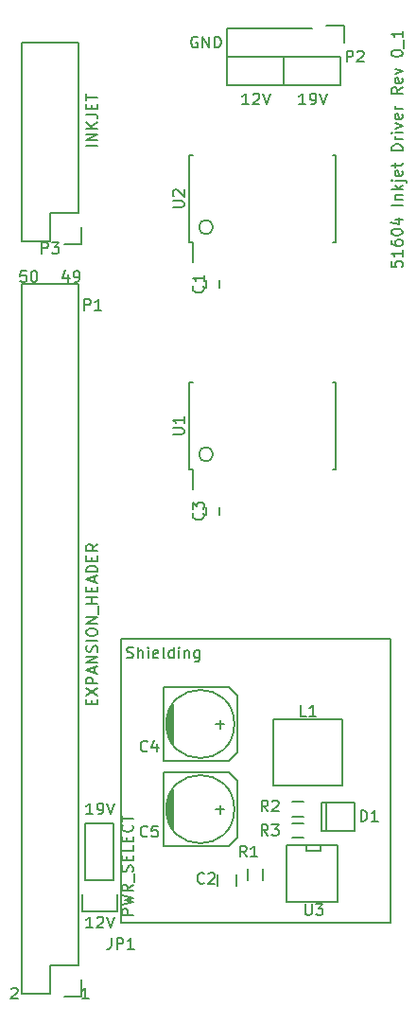
<source format=gbr>
G04 #@! TF.FileFunction,Legend,Top*
%FSLAX46Y46*%
G04 Gerber Fmt 4.6, Leading zero omitted, Abs format (unit mm)*
G04 Created by KiCad (PCBNEW 0.201506122246+5743~23~ubuntu14.04.1-product) date Mon 13 Jul 2015 16:56:03 BST*
%MOMM*%
G01*
G04 APERTURE LIST*
%ADD10C,0.100000*%
%ADD11C,0.150000*%
%ADD12C,0.200000*%
G04 APERTURE END LIST*
D10*
D11*
X106695953Y-99512381D02*
X106124524Y-99512381D01*
X106410238Y-99512381D02*
X106410238Y-98512381D01*
X106315000Y-98655238D01*
X106219762Y-98750476D01*
X106124524Y-98798095D01*
X107172143Y-99512381D02*
X107362619Y-99512381D01*
X107457858Y-99464762D01*
X107505477Y-99417143D01*
X107600715Y-99274286D01*
X107648334Y-99083810D01*
X107648334Y-98702857D01*
X107600715Y-98607619D01*
X107553096Y-98560000D01*
X107457858Y-98512381D01*
X107267381Y-98512381D01*
X107172143Y-98560000D01*
X107124524Y-98607619D01*
X107076905Y-98702857D01*
X107076905Y-98940952D01*
X107124524Y-99036190D01*
X107172143Y-99083810D01*
X107267381Y-99131429D01*
X107457858Y-99131429D01*
X107553096Y-99083810D01*
X107600715Y-99036190D01*
X107648334Y-98940952D01*
X107934048Y-98512381D02*
X108267381Y-99512381D01*
X108600715Y-98512381D01*
X106695953Y-109672381D02*
X106124524Y-109672381D01*
X106410238Y-109672381D02*
X106410238Y-108672381D01*
X106315000Y-108815238D01*
X106219762Y-108910476D01*
X106124524Y-108958095D01*
X107076905Y-108767619D02*
X107124524Y-108720000D01*
X107219762Y-108672381D01*
X107457858Y-108672381D01*
X107553096Y-108720000D01*
X107600715Y-108767619D01*
X107648334Y-108862857D01*
X107648334Y-108958095D01*
X107600715Y-109100952D01*
X107029286Y-109672381D01*
X107648334Y-109672381D01*
X107934048Y-108672381D02*
X108267381Y-109672381D01*
X108600715Y-108672381D01*
X100726905Y-50887381D02*
X100250714Y-50887381D01*
X100203095Y-51363571D01*
X100250714Y-51315952D01*
X100345952Y-51268333D01*
X100584048Y-51268333D01*
X100679286Y-51315952D01*
X100726905Y-51363571D01*
X100774524Y-51458810D01*
X100774524Y-51696905D01*
X100726905Y-51792143D01*
X100679286Y-51839762D01*
X100584048Y-51887381D01*
X100345952Y-51887381D01*
X100250714Y-51839762D01*
X100203095Y-51792143D01*
X101393571Y-50887381D02*
X101488810Y-50887381D01*
X101584048Y-50935000D01*
X101631667Y-50982619D01*
X101679286Y-51077857D01*
X101726905Y-51268333D01*
X101726905Y-51506429D01*
X101679286Y-51696905D01*
X101631667Y-51792143D01*
X101584048Y-51839762D01*
X101488810Y-51887381D01*
X101393571Y-51887381D01*
X101298333Y-51839762D01*
X101250714Y-51792143D01*
X101203095Y-51696905D01*
X101155476Y-51506429D01*
X101155476Y-51268333D01*
X101203095Y-51077857D01*
X101250714Y-50982619D01*
X101298333Y-50935000D01*
X101393571Y-50887381D01*
X104489286Y-51220714D02*
X104489286Y-51887381D01*
X104251190Y-50839762D02*
X104013095Y-51554048D01*
X104632143Y-51554048D01*
X105060714Y-51887381D02*
X105251190Y-51887381D01*
X105346429Y-51839762D01*
X105394048Y-51792143D01*
X105489286Y-51649286D01*
X105536905Y-51458810D01*
X105536905Y-51077857D01*
X105489286Y-50982619D01*
X105441667Y-50935000D01*
X105346429Y-50887381D01*
X105155952Y-50887381D01*
X105060714Y-50935000D01*
X105013095Y-50982619D01*
X104965476Y-51077857D01*
X104965476Y-51315952D01*
X105013095Y-51411190D01*
X105060714Y-51458810D01*
X105155952Y-51506429D01*
X105346429Y-51506429D01*
X105441667Y-51458810D01*
X105489286Y-51411190D01*
X105536905Y-51315952D01*
X99409286Y-115117619D02*
X99456905Y-115070000D01*
X99552143Y-115022381D01*
X99790239Y-115022381D01*
X99885477Y-115070000D01*
X99933096Y-115117619D01*
X99980715Y-115212857D01*
X99980715Y-115308095D01*
X99933096Y-115450952D01*
X99361667Y-116022381D01*
X99980715Y-116022381D01*
X106330715Y-116022381D02*
X105759286Y-116022381D01*
X106045000Y-116022381D02*
X106045000Y-115022381D01*
X105949762Y-115165238D01*
X105854524Y-115260476D01*
X105759286Y-115308095D01*
X117475000Y-46990000D02*
G75*
G03X117475000Y-46990000I-635000J0D01*
G01*
X117475000Y-67310000D02*
G75*
G03X117475000Y-67310000I-635000J0D01*
G01*
X116078096Y-29980000D02*
X115982858Y-29932381D01*
X115840001Y-29932381D01*
X115697143Y-29980000D01*
X115601905Y-30075238D01*
X115554286Y-30170476D01*
X115506667Y-30360952D01*
X115506667Y-30503810D01*
X115554286Y-30694286D01*
X115601905Y-30789524D01*
X115697143Y-30884762D01*
X115840001Y-30932381D01*
X115935239Y-30932381D01*
X116078096Y-30884762D01*
X116125715Y-30837143D01*
X116125715Y-30503810D01*
X115935239Y-30503810D01*
X116554286Y-30932381D02*
X116554286Y-29932381D01*
X117125715Y-30932381D01*
X117125715Y-29932381D01*
X117601905Y-30932381D02*
X117601905Y-29932381D01*
X117840000Y-29932381D01*
X117982858Y-29980000D01*
X118078096Y-30075238D01*
X118125715Y-30170476D01*
X118173334Y-30360952D01*
X118173334Y-30503810D01*
X118125715Y-30694286D01*
X118078096Y-30789524D01*
X117982858Y-30884762D01*
X117840000Y-30932381D01*
X117601905Y-30932381D01*
X123825000Y-31750000D02*
X123825000Y-34290000D01*
X118745000Y-31750000D02*
X128905000Y-31750000D01*
X125745953Y-36012381D02*
X125174524Y-36012381D01*
X125460238Y-36012381D02*
X125460238Y-35012381D01*
X125365000Y-35155238D01*
X125269762Y-35250476D01*
X125174524Y-35298095D01*
X126222143Y-36012381D02*
X126412619Y-36012381D01*
X126507858Y-35964762D01*
X126555477Y-35917143D01*
X126650715Y-35774286D01*
X126698334Y-35583810D01*
X126698334Y-35202857D01*
X126650715Y-35107619D01*
X126603096Y-35060000D01*
X126507858Y-35012381D01*
X126317381Y-35012381D01*
X126222143Y-35060000D01*
X126174524Y-35107619D01*
X126126905Y-35202857D01*
X126126905Y-35440952D01*
X126174524Y-35536190D01*
X126222143Y-35583810D01*
X126317381Y-35631429D01*
X126507858Y-35631429D01*
X126603096Y-35583810D01*
X126650715Y-35536190D01*
X126698334Y-35440952D01*
X126984048Y-35012381D02*
X127317381Y-36012381D01*
X127650715Y-35012381D01*
X120665953Y-36012381D02*
X120094524Y-36012381D01*
X120380238Y-36012381D02*
X120380238Y-35012381D01*
X120285000Y-35155238D01*
X120189762Y-35250476D01*
X120094524Y-35298095D01*
X121046905Y-35107619D02*
X121094524Y-35060000D01*
X121189762Y-35012381D01*
X121427858Y-35012381D01*
X121523096Y-35060000D01*
X121570715Y-35107619D01*
X121618334Y-35202857D01*
X121618334Y-35298095D01*
X121570715Y-35440952D01*
X120999286Y-36012381D01*
X121618334Y-36012381D01*
X121904048Y-35012381D02*
X122237381Y-36012381D01*
X122570715Y-35012381D01*
X133437381Y-50052620D02*
X133437381Y-50528811D01*
X133913571Y-50576430D01*
X133865952Y-50528811D01*
X133818333Y-50433573D01*
X133818333Y-50195477D01*
X133865952Y-50100239D01*
X133913571Y-50052620D01*
X134008810Y-50005001D01*
X134246905Y-50005001D01*
X134342143Y-50052620D01*
X134389762Y-50100239D01*
X134437381Y-50195477D01*
X134437381Y-50433573D01*
X134389762Y-50528811D01*
X134342143Y-50576430D01*
X134437381Y-49052620D02*
X134437381Y-49624049D01*
X134437381Y-49338335D02*
X133437381Y-49338335D01*
X133580238Y-49433573D01*
X133675476Y-49528811D01*
X133723095Y-49624049D01*
X133437381Y-48195477D02*
X133437381Y-48385954D01*
X133485000Y-48481192D01*
X133532619Y-48528811D01*
X133675476Y-48624049D01*
X133865952Y-48671668D01*
X134246905Y-48671668D01*
X134342143Y-48624049D01*
X134389762Y-48576430D01*
X134437381Y-48481192D01*
X134437381Y-48290715D01*
X134389762Y-48195477D01*
X134342143Y-48147858D01*
X134246905Y-48100239D01*
X134008810Y-48100239D01*
X133913571Y-48147858D01*
X133865952Y-48195477D01*
X133818333Y-48290715D01*
X133818333Y-48481192D01*
X133865952Y-48576430D01*
X133913571Y-48624049D01*
X134008810Y-48671668D01*
X133437381Y-47481192D02*
X133437381Y-47385953D01*
X133485000Y-47290715D01*
X133532619Y-47243096D01*
X133627857Y-47195477D01*
X133818333Y-47147858D01*
X134056429Y-47147858D01*
X134246905Y-47195477D01*
X134342143Y-47243096D01*
X134389762Y-47290715D01*
X134437381Y-47385953D01*
X134437381Y-47481192D01*
X134389762Y-47576430D01*
X134342143Y-47624049D01*
X134246905Y-47671668D01*
X134056429Y-47719287D01*
X133818333Y-47719287D01*
X133627857Y-47671668D01*
X133532619Y-47624049D01*
X133485000Y-47576430D01*
X133437381Y-47481192D01*
X133770714Y-46290715D02*
X134437381Y-46290715D01*
X133389762Y-46528811D02*
X134104048Y-46766906D01*
X134104048Y-46147858D01*
X134437381Y-45005001D02*
X133437381Y-45005001D01*
X133770714Y-44528811D02*
X134437381Y-44528811D01*
X133865952Y-44528811D02*
X133818333Y-44481192D01*
X133770714Y-44385954D01*
X133770714Y-44243096D01*
X133818333Y-44147858D01*
X133913571Y-44100239D01*
X134437381Y-44100239D01*
X134437381Y-43624049D02*
X133437381Y-43624049D01*
X134056429Y-43528811D02*
X134437381Y-43243096D01*
X133770714Y-43243096D02*
X134151667Y-43624049D01*
X133770714Y-42814525D02*
X134627857Y-42814525D01*
X134723095Y-42862144D01*
X134770714Y-42957382D01*
X134770714Y-43005001D01*
X133437381Y-42814525D02*
X133485000Y-42862144D01*
X133532619Y-42814525D01*
X133485000Y-42766906D01*
X133437381Y-42814525D01*
X133532619Y-42814525D01*
X134389762Y-41957382D02*
X134437381Y-42052620D01*
X134437381Y-42243097D01*
X134389762Y-42338335D01*
X134294524Y-42385954D01*
X133913571Y-42385954D01*
X133818333Y-42338335D01*
X133770714Y-42243097D01*
X133770714Y-42052620D01*
X133818333Y-41957382D01*
X133913571Y-41909763D01*
X134008810Y-41909763D01*
X134104048Y-42385954D01*
X133770714Y-41624049D02*
X133770714Y-41243097D01*
X133437381Y-41481192D02*
X134294524Y-41481192D01*
X134389762Y-41433573D01*
X134437381Y-41338335D01*
X134437381Y-41243097D01*
X134437381Y-40147858D02*
X133437381Y-40147858D01*
X133437381Y-39909763D01*
X133485000Y-39766905D01*
X133580238Y-39671667D01*
X133675476Y-39624048D01*
X133865952Y-39576429D01*
X134008810Y-39576429D01*
X134199286Y-39624048D01*
X134294524Y-39671667D01*
X134389762Y-39766905D01*
X134437381Y-39909763D01*
X134437381Y-40147858D01*
X134437381Y-39147858D02*
X133770714Y-39147858D01*
X133961190Y-39147858D02*
X133865952Y-39100239D01*
X133818333Y-39052620D01*
X133770714Y-38957382D01*
X133770714Y-38862143D01*
X134437381Y-38528810D02*
X133770714Y-38528810D01*
X133437381Y-38528810D02*
X133485000Y-38576429D01*
X133532619Y-38528810D01*
X133485000Y-38481191D01*
X133437381Y-38528810D01*
X133532619Y-38528810D01*
X133770714Y-38147858D02*
X134437381Y-37909763D01*
X133770714Y-37671667D01*
X134389762Y-36909762D02*
X134437381Y-37005000D01*
X134437381Y-37195477D01*
X134389762Y-37290715D01*
X134294524Y-37338334D01*
X133913571Y-37338334D01*
X133818333Y-37290715D01*
X133770714Y-37195477D01*
X133770714Y-37005000D01*
X133818333Y-36909762D01*
X133913571Y-36862143D01*
X134008810Y-36862143D01*
X134104048Y-37338334D01*
X134437381Y-36433572D02*
X133770714Y-36433572D01*
X133961190Y-36433572D02*
X133865952Y-36385953D01*
X133818333Y-36338334D01*
X133770714Y-36243096D01*
X133770714Y-36147857D01*
X134437381Y-34481190D02*
X133961190Y-34814524D01*
X134437381Y-35052619D02*
X133437381Y-35052619D01*
X133437381Y-34671666D01*
X133485000Y-34576428D01*
X133532619Y-34528809D01*
X133627857Y-34481190D01*
X133770714Y-34481190D01*
X133865952Y-34528809D01*
X133913571Y-34576428D01*
X133961190Y-34671666D01*
X133961190Y-35052619D01*
X134389762Y-33671666D02*
X134437381Y-33766904D01*
X134437381Y-33957381D01*
X134389762Y-34052619D01*
X134294524Y-34100238D01*
X133913571Y-34100238D01*
X133818333Y-34052619D01*
X133770714Y-33957381D01*
X133770714Y-33766904D01*
X133818333Y-33671666D01*
X133913571Y-33624047D01*
X134008810Y-33624047D01*
X134104048Y-34100238D01*
X133770714Y-33290714D02*
X134437381Y-33052619D01*
X133770714Y-32814523D01*
X133437381Y-31481190D02*
X133437381Y-31385951D01*
X133485000Y-31290713D01*
X133532619Y-31243094D01*
X133627857Y-31195475D01*
X133818333Y-31147856D01*
X134056429Y-31147856D01*
X134246905Y-31195475D01*
X134342143Y-31243094D01*
X134389762Y-31290713D01*
X134437381Y-31385951D01*
X134437381Y-31481190D01*
X134389762Y-31576428D01*
X134342143Y-31624047D01*
X134246905Y-31671666D01*
X134056429Y-31719285D01*
X133818333Y-31719285D01*
X133627857Y-31671666D01*
X133532619Y-31624047D01*
X133485000Y-31576428D01*
X133437381Y-31481190D01*
X134532619Y-30957380D02*
X134532619Y-30195475D01*
X134437381Y-29433570D02*
X134437381Y-30004999D01*
X134437381Y-29719285D02*
X133437381Y-29719285D01*
X133580238Y-29814523D01*
X133675476Y-29909761D01*
X133723095Y-30004999D01*
D12*
X133350000Y-83820000D02*
X109220000Y-83820000D01*
X133350000Y-83820000D02*
X133350000Y-86360000D01*
X109220000Y-109220000D02*
X109220000Y-83820000D01*
X110490000Y-109220000D02*
X109220000Y-109220000D01*
X133350000Y-109220000D02*
X110490000Y-109220000D01*
X133350000Y-86360000D02*
X133350000Y-109220000D01*
D11*
X115345000Y-68645000D02*
X115680000Y-68645000D01*
X115345000Y-60895000D02*
X115680000Y-60895000D01*
X128495000Y-60895000D02*
X128160000Y-60895000D01*
X128495000Y-68645000D02*
X128160000Y-68645000D01*
X115345000Y-68645000D02*
X115345000Y-60895000D01*
X128495000Y-68645000D02*
X128495000Y-60895000D01*
X115680000Y-68645000D02*
X115680000Y-70445000D01*
X115345000Y-48325000D02*
X115680000Y-48325000D01*
X115345000Y-40575000D02*
X115680000Y-40575000D01*
X128495000Y-40575000D02*
X128160000Y-40575000D01*
X128495000Y-48325000D02*
X128160000Y-48325000D01*
X115345000Y-48325000D02*
X115345000Y-40575000D01*
X128495000Y-48325000D02*
X128495000Y-40575000D01*
X115680000Y-48325000D02*
X115680000Y-50125000D01*
X118075000Y-51720000D02*
X118075000Y-52420000D01*
X116875000Y-52420000D02*
X116875000Y-51720000D01*
X118075000Y-72040000D02*
X118075000Y-72740000D01*
X116875000Y-72740000D02*
X116875000Y-72040000D01*
X129084000Y-91030000D02*
X122884000Y-91030000D01*
X122884000Y-96930000D02*
X122884000Y-91030000D01*
X129084000Y-96930000D02*
X122884000Y-96930000D01*
X129084000Y-91030000D02*
X129084000Y-96930000D01*
X100330000Y-30480000D02*
X100330000Y-48260000D01*
X105410000Y-45720000D02*
X105410000Y-30480000D01*
X100330000Y-30480000D02*
X105410000Y-30480000D01*
X100330000Y-48260000D02*
X102870000Y-48260000D01*
X104140000Y-48540000D02*
X105690000Y-48540000D01*
X102870000Y-48260000D02*
X102870000Y-45720000D01*
X102870000Y-45720000D02*
X105410000Y-45720000D01*
X105690000Y-48540000D02*
X105690000Y-46990000D01*
X120610000Y-105402000D02*
X120610000Y-104402000D01*
X121960000Y-104402000D02*
X121960000Y-105402000D01*
X124595000Y-98385000D02*
X125595000Y-98385000D01*
X125595000Y-99735000D02*
X124595000Y-99735000D01*
X124595000Y-100290000D02*
X125595000Y-100290000D01*
X125595000Y-101640000D02*
X124595000Y-101640000D01*
X128651000Y-102235000D02*
X128651000Y-107315000D01*
X128651000Y-107315000D02*
X124079000Y-107315000D01*
X124079000Y-107315000D02*
X124079000Y-102235000D01*
X124079000Y-102235000D02*
X128651000Y-102235000D01*
X127127000Y-102235000D02*
X127127000Y-102743000D01*
X127127000Y-102743000D02*
X125857000Y-102743000D01*
X125857000Y-102743000D02*
X125857000Y-102235000D01*
X127570000Y-98425000D02*
X127570000Y-100965000D01*
X129602000Y-98425000D02*
X130110000Y-98425000D01*
X130110000Y-98425000D02*
X130110000Y-100965000D01*
X130110000Y-100965000D02*
X129602000Y-100965000D01*
X127189000Y-98425000D02*
X129729000Y-98425000D01*
X127189000Y-98425000D02*
X127189000Y-100965000D01*
X127189000Y-100965000D02*
X129729000Y-100965000D01*
X105410000Y-113030000D02*
X105410000Y-52070000D01*
X100330000Y-52070000D02*
X100330000Y-115570000D01*
X100330000Y-52070000D02*
X105410000Y-52070000D01*
X100330000Y-115570000D02*
X102870000Y-115570000D01*
X104140000Y-115850000D02*
X105690000Y-115850000D01*
X102870000Y-115570000D02*
X102870000Y-113030000D01*
X102870000Y-113030000D02*
X105410000Y-113030000D01*
X105690000Y-115850000D02*
X105690000Y-114300000D01*
X117895000Y-104910000D02*
X117895000Y-105910000D01*
X119595000Y-105910000D02*
X119595000Y-104910000D01*
X113411000Y-90678000D02*
X113411000Y-92202000D01*
X113538000Y-92583000D02*
X113538000Y-90297000D01*
X113665000Y-90043000D02*
X113665000Y-92837000D01*
X113792000Y-93091000D02*
X113792000Y-89789000D01*
X113919000Y-89662000D02*
X113919000Y-93218000D01*
X119380000Y-91440000D02*
G75*
G03X119380000Y-91440000I-3048000J0D01*
G01*
X113030000Y-88138000D02*
X113030000Y-94742000D01*
X113030000Y-94742000D02*
X118872000Y-94742000D01*
X118872000Y-94742000D02*
X119634000Y-93980000D01*
X119634000Y-93980000D02*
X119634000Y-88900000D01*
X119634000Y-88900000D02*
X118872000Y-88138000D01*
X118872000Y-88138000D02*
X113030000Y-88138000D01*
X118491000Y-91440000D02*
X117729000Y-91440000D01*
X118110000Y-91059000D02*
X118110000Y-91821000D01*
X113411000Y-98298000D02*
X113411000Y-99822000D01*
X113538000Y-100203000D02*
X113538000Y-97917000D01*
X113665000Y-97663000D02*
X113665000Y-100457000D01*
X113792000Y-100711000D02*
X113792000Y-97409000D01*
X113919000Y-97282000D02*
X113919000Y-100838000D01*
X119380000Y-99060000D02*
G75*
G03X119380000Y-99060000I-3048000J0D01*
G01*
X113030000Y-95758000D02*
X113030000Y-102362000D01*
X113030000Y-102362000D02*
X118872000Y-102362000D01*
X118872000Y-102362000D02*
X119634000Y-101600000D01*
X119634000Y-101600000D02*
X119634000Y-96520000D01*
X119634000Y-96520000D02*
X118872000Y-95758000D01*
X118872000Y-95758000D02*
X113030000Y-95758000D01*
X118491000Y-99060000D02*
X117729000Y-99060000D01*
X118110000Y-98679000D02*
X118110000Y-99441000D01*
X126365000Y-29210000D02*
X118745000Y-29210000D01*
X118745000Y-29210000D02*
X118745000Y-34290000D01*
X118745000Y-34290000D02*
X128905000Y-34290000D01*
X128905000Y-34290000D02*
X128905000Y-31750000D01*
X129185000Y-30480000D02*
X129185000Y-28930000D01*
X129185000Y-28930000D02*
X127635000Y-28930000D01*
X105765000Y-106680000D02*
X105765000Y-108230000D01*
X105765000Y-108230000D02*
X108865000Y-108230000D01*
X108865000Y-108230000D02*
X108865000Y-106680000D01*
X106045000Y-105410000D02*
X106045000Y-100330000D01*
X106045000Y-100330000D02*
X108585000Y-100330000D01*
X108585000Y-100330000D02*
X108585000Y-105410000D01*
X108585000Y-105410000D02*
X106045000Y-105410000D01*
X113872381Y-65531905D02*
X114681905Y-65531905D01*
X114777143Y-65484286D01*
X114824762Y-65436667D01*
X114872381Y-65341429D01*
X114872381Y-65150952D01*
X114824762Y-65055714D01*
X114777143Y-65008095D01*
X114681905Y-64960476D01*
X113872381Y-64960476D01*
X114872381Y-63960476D02*
X114872381Y-64531905D01*
X114872381Y-64246191D02*
X113872381Y-64246191D01*
X114015238Y-64341429D01*
X114110476Y-64436667D01*
X114158095Y-64531905D01*
X113872381Y-45211905D02*
X114681905Y-45211905D01*
X114777143Y-45164286D01*
X114824762Y-45116667D01*
X114872381Y-45021429D01*
X114872381Y-44830952D01*
X114824762Y-44735714D01*
X114777143Y-44688095D01*
X114681905Y-44640476D01*
X113872381Y-44640476D01*
X113967619Y-44211905D02*
X113920000Y-44164286D01*
X113872381Y-44069048D01*
X113872381Y-43830952D01*
X113920000Y-43735714D01*
X113967619Y-43688095D01*
X114062857Y-43640476D01*
X114158095Y-43640476D01*
X114300952Y-43688095D01*
X114872381Y-44259524D01*
X114872381Y-43640476D01*
X109768095Y-85494762D02*
X109910952Y-85542381D01*
X110149048Y-85542381D01*
X110244286Y-85494762D01*
X110291905Y-85447143D01*
X110339524Y-85351905D01*
X110339524Y-85256667D01*
X110291905Y-85161429D01*
X110244286Y-85113810D01*
X110149048Y-85066190D01*
X109958571Y-85018571D01*
X109863333Y-84970952D01*
X109815714Y-84923333D01*
X109768095Y-84828095D01*
X109768095Y-84732857D01*
X109815714Y-84637619D01*
X109863333Y-84590000D01*
X109958571Y-84542381D01*
X110196667Y-84542381D01*
X110339524Y-84590000D01*
X110768095Y-85542381D02*
X110768095Y-84542381D01*
X111196667Y-85542381D02*
X111196667Y-85018571D01*
X111149048Y-84923333D01*
X111053810Y-84875714D01*
X110910952Y-84875714D01*
X110815714Y-84923333D01*
X110768095Y-84970952D01*
X111672857Y-85542381D02*
X111672857Y-84875714D01*
X111672857Y-84542381D02*
X111625238Y-84590000D01*
X111672857Y-84637619D01*
X111720476Y-84590000D01*
X111672857Y-84542381D01*
X111672857Y-84637619D01*
X112530000Y-85494762D02*
X112434762Y-85542381D01*
X112244285Y-85542381D01*
X112149047Y-85494762D01*
X112101428Y-85399524D01*
X112101428Y-85018571D01*
X112149047Y-84923333D01*
X112244285Y-84875714D01*
X112434762Y-84875714D01*
X112530000Y-84923333D01*
X112577619Y-85018571D01*
X112577619Y-85113810D01*
X112101428Y-85209048D01*
X113149047Y-85542381D02*
X113053809Y-85494762D01*
X113006190Y-85399524D01*
X113006190Y-84542381D01*
X113958572Y-85542381D02*
X113958572Y-84542381D01*
X113958572Y-85494762D02*
X113863334Y-85542381D01*
X113672857Y-85542381D01*
X113577619Y-85494762D01*
X113530000Y-85447143D01*
X113482381Y-85351905D01*
X113482381Y-85066190D01*
X113530000Y-84970952D01*
X113577619Y-84923333D01*
X113672857Y-84875714D01*
X113863334Y-84875714D01*
X113958572Y-84923333D01*
X114434762Y-85542381D02*
X114434762Y-84875714D01*
X114434762Y-84542381D02*
X114387143Y-84590000D01*
X114434762Y-84637619D01*
X114482381Y-84590000D01*
X114434762Y-84542381D01*
X114434762Y-84637619D01*
X114910952Y-84875714D02*
X114910952Y-85542381D01*
X114910952Y-84970952D02*
X114958571Y-84923333D01*
X115053809Y-84875714D01*
X115196667Y-84875714D01*
X115291905Y-84923333D01*
X115339524Y-85018571D01*
X115339524Y-85542381D01*
X116244286Y-84875714D02*
X116244286Y-85685238D01*
X116196667Y-85780476D01*
X116149048Y-85828095D01*
X116053809Y-85875714D01*
X115910952Y-85875714D01*
X115815714Y-85828095D01*
X116244286Y-85494762D02*
X116149048Y-85542381D01*
X115958571Y-85542381D01*
X115863333Y-85494762D01*
X115815714Y-85447143D01*
X115768095Y-85351905D01*
X115768095Y-85066190D01*
X115815714Y-84970952D01*
X115863333Y-84923333D01*
X115958571Y-84875714D01*
X116149048Y-84875714D01*
X116244286Y-84923333D01*
X116562143Y-52236666D02*
X116609762Y-52284285D01*
X116657381Y-52427142D01*
X116657381Y-52522380D01*
X116609762Y-52665238D01*
X116514524Y-52760476D01*
X116419286Y-52808095D01*
X116228810Y-52855714D01*
X116085952Y-52855714D01*
X115895476Y-52808095D01*
X115800238Y-52760476D01*
X115705000Y-52665238D01*
X115657381Y-52522380D01*
X115657381Y-52427142D01*
X115705000Y-52284285D01*
X115752619Y-52236666D01*
X116657381Y-51284285D02*
X116657381Y-51855714D01*
X116657381Y-51570000D02*
X115657381Y-51570000D01*
X115800238Y-51665238D01*
X115895476Y-51760476D01*
X115943095Y-51855714D01*
X116562143Y-72556666D02*
X116609762Y-72604285D01*
X116657381Y-72747142D01*
X116657381Y-72842380D01*
X116609762Y-72985238D01*
X116514524Y-73080476D01*
X116419286Y-73128095D01*
X116228810Y-73175714D01*
X116085952Y-73175714D01*
X115895476Y-73128095D01*
X115800238Y-73080476D01*
X115705000Y-72985238D01*
X115657381Y-72842380D01*
X115657381Y-72747142D01*
X115705000Y-72604285D01*
X115752619Y-72556666D01*
X115657381Y-72223333D02*
X115657381Y-71604285D01*
X116038333Y-71937619D01*
X116038333Y-71794761D01*
X116085952Y-71699523D01*
X116133571Y-71651904D01*
X116228810Y-71604285D01*
X116466905Y-71604285D01*
X116562143Y-71651904D01*
X116609762Y-71699523D01*
X116657381Y-71794761D01*
X116657381Y-72080476D01*
X116609762Y-72175714D01*
X116562143Y-72223333D01*
X125817334Y-90749381D02*
X125341143Y-90749381D01*
X125341143Y-89749381D01*
X126674477Y-90749381D02*
X126103048Y-90749381D01*
X126388762Y-90749381D02*
X126388762Y-89749381D01*
X126293524Y-89892238D01*
X126198286Y-89987476D01*
X126103048Y-90035095D01*
X102131905Y-49347381D02*
X102131905Y-48347381D01*
X102512858Y-48347381D01*
X102608096Y-48395000D01*
X102655715Y-48442619D01*
X102703334Y-48537857D01*
X102703334Y-48680714D01*
X102655715Y-48775952D01*
X102608096Y-48823571D01*
X102512858Y-48871190D01*
X102131905Y-48871190D01*
X103036667Y-48347381D02*
X103655715Y-48347381D01*
X103322381Y-48728333D01*
X103465239Y-48728333D01*
X103560477Y-48775952D01*
X103608096Y-48823571D01*
X103655715Y-48918810D01*
X103655715Y-49156905D01*
X103608096Y-49252143D01*
X103560477Y-49299762D01*
X103465239Y-49347381D01*
X103179524Y-49347381D01*
X103084286Y-49299762D01*
X103036667Y-49252143D01*
X107132381Y-39703095D02*
X106132381Y-39703095D01*
X107132381Y-39226905D02*
X106132381Y-39226905D01*
X107132381Y-38655476D01*
X106132381Y-38655476D01*
X107132381Y-38179286D02*
X106132381Y-38179286D01*
X107132381Y-37607857D02*
X106560952Y-38036429D01*
X106132381Y-37607857D02*
X106703810Y-38179286D01*
X106132381Y-36893571D02*
X106846667Y-36893571D01*
X106989524Y-36941191D01*
X107084762Y-37036429D01*
X107132381Y-37179286D01*
X107132381Y-37274524D01*
X106608571Y-36417381D02*
X106608571Y-36084047D01*
X107132381Y-35941190D02*
X107132381Y-36417381D01*
X106132381Y-36417381D01*
X106132381Y-35941190D01*
X106132381Y-35655476D02*
X106132381Y-35084047D01*
X107132381Y-35369762D02*
X106132381Y-35369762D01*
X120483334Y-103322381D02*
X120150000Y-102846190D01*
X119911905Y-103322381D02*
X119911905Y-102322381D01*
X120292858Y-102322381D01*
X120388096Y-102370000D01*
X120435715Y-102417619D01*
X120483334Y-102512857D01*
X120483334Y-102655714D01*
X120435715Y-102750952D01*
X120388096Y-102798571D01*
X120292858Y-102846190D01*
X119911905Y-102846190D01*
X121435715Y-103322381D02*
X120864286Y-103322381D01*
X121150000Y-103322381D02*
X121150000Y-102322381D01*
X121054762Y-102465238D01*
X120959524Y-102560476D01*
X120864286Y-102608095D01*
X122388334Y-99258381D02*
X122055000Y-98782190D01*
X121816905Y-99258381D02*
X121816905Y-98258381D01*
X122197858Y-98258381D01*
X122293096Y-98306000D01*
X122340715Y-98353619D01*
X122388334Y-98448857D01*
X122388334Y-98591714D01*
X122340715Y-98686952D01*
X122293096Y-98734571D01*
X122197858Y-98782190D01*
X121816905Y-98782190D01*
X122769286Y-98353619D02*
X122816905Y-98306000D01*
X122912143Y-98258381D01*
X123150239Y-98258381D01*
X123245477Y-98306000D01*
X123293096Y-98353619D01*
X123340715Y-98448857D01*
X123340715Y-98544095D01*
X123293096Y-98686952D01*
X122721667Y-99258381D01*
X123340715Y-99258381D01*
X122388334Y-101417381D02*
X122055000Y-100941190D01*
X121816905Y-101417381D02*
X121816905Y-100417381D01*
X122197858Y-100417381D01*
X122293096Y-100465000D01*
X122340715Y-100512619D01*
X122388334Y-100607857D01*
X122388334Y-100750714D01*
X122340715Y-100845952D01*
X122293096Y-100893571D01*
X122197858Y-100941190D01*
X121816905Y-100941190D01*
X122721667Y-100417381D02*
X123340715Y-100417381D01*
X123007381Y-100798333D01*
X123150239Y-100798333D01*
X123245477Y-100845952D01*
X123293096Y-100893571D01*
X123340715Y-100988810D01*
X123340715Y-101226905D01*
X123293096Y-101322143D01*
X123245477Y-101369762D01*
X123150239Y-101417381D01*
X122864524Y-101417381D01*
X122769286Y-101369762D01*
X122721667Y-101322143D01*
X125730095Y-107529381D02*
X125730095Y-108338905D01*
X125777714Y-108434143D01*
X125825333Y-108481762D01*
X125920571Y-108529381D01*
X126111048Y-108529381D01*
X126206286Y-108481762D01*
X126253905Y-108434143D01*
X126301524Y-108338905D01*
X126301524Y-107529381D01*
X126682476Y-107529381D02*
X127301524Y-107529381D01*
X126968190Y-107910333D01*
X127111048Y-107910333D01*
X127206286Y-107957952D01*
X127253905Y-108005571D01*
X127301524Y-108100810D01*
X127301524Y-108338905D01*
X127253905Y-108434143D01*
X127206286Y-108481762D01*
X127111048Y-108529381D01*
X126825333Y-108529381D01*
X126730095Y-108481762D01*
X126682476Y-108434143D01*
X130706905Y-100147381D02*
X130706905Y-99147381D01*
X130945000Y-99147381D01*
X131087858Y-99195000D01*
X131183096Y-99290238D01*
X131230715Y-99385476D01*
X131278334Y-99575952D01*
X131278334Y-99718810D01*
X131230715Y-99909286D01*
X131183096Y-100004524D01*
X131087858Y-100099762D01*
X130945000Y-100147381D01*
X130706905Y-100147381D01*
X132230715Y-100147381D02*
X131659286Y-100147381D01*
X131945000Y-100147381D02*
X131945000Y-99147381D01*
X131849762Y-99290238D01*
X131754524Y-99385476D01*
X131659286Y-99433095D01*
X105941905Y-54427381D02*
X105941905Y-53427381D01*
X106322858Y-53427381D01*
X106418096Y-53475000D01*
X106465715Y-53522619D01*
X106513334Y-53617857D01*
X106513334Y-53760714D01*
X106465715Y-53855952D01*
X106418096Y-53903571D01*
X106322858Y-53951190D01*
X105941905Y-53951190D01*
X107465715Y-54427381D02*
X106894286Y-54427381D01*
X107180000Y-54427381D02*
X107180000Y-53427381D01*
X107084762Y-53570238D01*
X106989524Y-53665476D01*
X106894286Y-53713095D01*
X106608571Y-89692857D02*
X106608571Y-89359523D01*
X107132381Y-89216666D02*
X107132381Y-89692857D01*
X106132381Y-89692857D01*
X106132381Y-89216666D01*
X106132381Y-88883333D02*
X107132381Y-88216666D01*
X106132381Y-88216666D02*
X107132381Y-88883333D01*
X107132381Y-87835714D02*
X106132381Y-87835714D01*
X106132381Y-87454761D01*
X106180000Y-87359523D01*
X106227619Y-87311904D01*
X106322857Y-87264285D01*
X106465714Y-87264285D01*
X106560952Y-87311904D01*
X106608571Y-87359523D01*
X106656190Y-87454761D01*
X106656190Y-87835714D01*
X106846667Y-86883333D02*
X106846667Y-86407142D01*
X107132381Y-86978571D02*
X106132381Y-86645238D01*
X107132381Y-86311904D01*
X107132381Y-85978571D02*
X106132381Y-85978571D01*
X107132381Y-85407142D01*
X106132381Y-85407142D01*
X107084762Y-84978571D02*
X107132381Y-84835714D01*
X107132381Y-84597618D01*
X107084762Y-84502380D01*
X107037143Y-84454761D01*
X106941905Y-84407142D01*
X106846667Y-84407142D01*
X106751429Y-84454761D01*
X106703810Y-84502380D01*
X106656190Y-84597618D01*
X106608571Y-84788095D01*
X106560952Y-84883333D01*
X106513333Y-84930952D01*
X106418095Y-84978571D01*
X106322857Y-84978571D01*
X106227619Y-84930952D01*
X106180000Y-84883333D01*
X106132381Y-84788095D01*
X106132381Y-84549999D01*
X106180000Y-84407142D01*
X107132381Y-83978571D02*
X106132381Y-83978571D01*
X106132381Y-83311905D02*
X106132381Y-83121428D01*
X106180000Y-83026190D01*
X106275238Y-82930952D01*
X106465714Y-82883333D01*
X106799048Y-82883333D01*
X106989524Y-82930952D01*
X107084762Y-83026190D01*
X107132381Y-83121428D01*
X107132381Y-83311905D01*
X107084762Y-83407143D01*
X106989524Y-83502381D01*
X106799048Y-83550000D01*
X106465714Y-83550000D01*
X106275238Y-83502381D01*
X106180000Y-83407143D01*
X106132381Y-83311905D01*
X107132381Y-82454762D02*
X106132381Y-82454762D01*
X107132381Y-81883333D01*
X106132381Y-81883333D01*
X107227619Y-81645238D02*
X107227619Y-80883333D01*
X107132381Y-80645238D02*
X106132381Y-80645238D01*
X106608571Y-80645238D02*
X106608571Y-80073809D01*
X107132381Y-80073809D02*
X106132381Y-80073809D01*
X106608571Y-79597619D02*
X106608571Y-79264285D01*
X107132381Y-79121428D02*
X107132381Y-79597619D01*
X106132381Y-79597619D01*
X106132381Y-79121428D01*
X106846667Y-78740476D02*
X106846667Y-78264285D01*
X107132381Y-78835714D02*
X106132381Y-78502381D01*
X107132381Y-78169047D01*
X107132381Y-77835714D02*
X106132381Y-77835714D01*
X106132381Y-77597619D01*
X106180000Y-77454761D01*
X106275238Y-77359523D01*
X106370476Y-77311904D01*
X106560952Y-77264285D01*
X106703810Y-77264285D01*
X106894286Y-77311904D01*
X106989524Y-77359523D01*
X107084762Y-77454761D01*
X107132381Y-77597619D01*
X107132381Y-77835714D01*
X106608571Y-76835714D02*
X106608571Y-76502380D01*
X107132381Y-76359523D02*
X107132381Y-76835714D01*
X106132381Y-76835714D01*
X106132381Y-76359523D01*
X107132381Y-75359523D02*
X106656190Y-75692857D01*
X107132381Y-75930952D02*
X106132381Y-75930952D01*
X106132381Y-75549999D01*
X106180000Y-75454761D01*
X106227619Y-75407142D01*
X106322857Y-75359523D01*
X106465714Y-75359523D01*
X106560952Y-75407142D01*
X106608571Y-75454761D01*
X106656190Y-75549999D01*
X106656190Y-75930952D01*
X116673334Y-105640143D02*
X116625715Y-105687762D01*
X116482858Y-105735381D01*
X116387620Y-105735381D01*
X116244762Y-105687762D01*
X116149524Y-105592524D01*
X116101905Y-105497286D01*
X116054286Y-105306810D01*
X116054286Y-105163952D01*
X116101905Y-104973476D01*
X116149524Y-104878238D01*
X116244762Y-104783000D01*
X116387620Y-104735381D01*
X116482858Y-104735381D01*
X116625715Y-104783000D01*
X116673334Y-104830619D01*
X117054286Y-104830619D02*
X117101905Y-104783000D01*
X117197143Y-104735381D01*
X117435239Y-104735381D01*
X117530477Y-104783000D01*
X117578096Y-104830619D01*
X117625715Y-104925857D01*
X117625715Y-105021095D01*
X117578096Y-105163952D01*
X117006667Y-105735381D01*
X117625715Y-105735381D01*
X111593334Y-93829143D02*
X111545715Y-93876762D01*
X111402858Y-93924381D01*
X111307620Y-93924381D01*
X111164762Y-93876762D01*
X111069524Y-93781524D01*
X111021905Y-93686286D01*
X110974286Y-93495810D01*
X110974286Y-93352952D01*
X111021905Y-93162476D01*
X111069524Y-93067238D01*
X111164762Y-92972000D01*
X111307620Y-92924381D01*
X111402858Y-92924381D01*
X111545715Y-92972000D01*
X111593334Y-93019619D01*
X112450477Y-93257714D02*
X112450477Y-93924381D01*
X112212381Y-92876762D02*
X111974286Y-93591048D01*
X112593334Y-93591048D01*
X111593334Y-101449143D02*
X111545715Y-101496762D01*
X111402858Y-101544381D01*
X111307620Y-101544381D01*
X111164762Y-101496762D01*
X111069524Y-101401524D01*
X111021905Y-101306286D01*
X110974286Y-101115810D01*
X110974286Y-100972952D01*
X111021905Y-100782476D01*
X111069524Y-100687238D01*
X111164762Y-100592000D01*
X111307620Y-100544381D01*
X111402858Y-100544381D01*
X111545715Y-100592000D01*
X111593334Y-100639619D01*
X112498096Y-100544381D02*
X112021905Y-100544381D01*
X111974286Y-101020571D01*
X112021905Y-100972952D01*
X112117143Y-100925333D01*
X112355239Y-100925333D01*
X112450477Y-100972952D01*
X112498096Y-101020571D01*
X112545715Y-101115810D01*
X112545715Y-101353905D01*
X112498096Y-101449143D01*
X112450477Y-101496762D01*
X112355239Y-101544381D01*
X112117143Y-101544381D01*
X112021905Y-101496762D01*
X111974286Y-101449143D01*
X129436905Y-32202381D02*
X129436905Y-31202381D01*
X129817858Y-31202381D01*
X129913096Y-31250000D01*
X129960715Y-31297619D01*
X130008334Y-31392857D01*
X130008334Y-31535714D01*
X129960715Y-31630952D01*
X129913096Y-31678571D01*
X129817858Y-31726190D01*
X129436905Y-31726190D01*
X130389286Y-31297619D02*
X130436905Y-31250000D01*
X130532143Y-31202381D01*
X130770239Y-31202381D01*
X130865477Y-31250000D01*
X130913096Y-31297619D01*
X130960715Y-31392857D01*
X130960715Y-31488095D01*
X130913096Y-31630952D01*
X130341667Y-32202381D01*
X130960715Y-32202381D01*
X108386667Y-110577381D02*
X108386667Y-111291667D01*
X108339047Y-111434524D01*
X108243809Y-111529762D01*
X108100952Y-111577381D01*
X108005714Y-111577381D01*
X108862857Y-111577381D02*
X108862857Y-110577381D01*
X109243810Y-110577381D01*
X109339048Y-110625000D01*
X109386667Y-110672619D01*
X109434286Y-110767857D01*
X109434286Y-110910714D01*
X109386667Y-111005952D01*
X109339048Y-111053571D01*
X109243810Y-111101190D01*
X108862857Y-111101190D01*
X110386667Y-111577381D02*
X109815238Y-111577381D01*
X110100952Y-111577381D02*
X110100952Y-110577381D01*
X110005714Y-110720238D01*
X109910476Y-110815476D01*
X109815238Y-110863095D01*
X110307381Y-108520953D02*
X109307381Y-108520953D01*
X109307381Y-108140000D01*
X109355000Y-108044762D01*
X109402619Y-107997143D01*
X109497857Y-107949524D01*
X109640714Y-107949524D01*
X109735952Y-107997143D01*
X109783571Y-108044762D01*
X109831190Y-108140000D01*
X109831190Y-108520953D01*
X109307381Y-107616191D02*
X110307381Y-107378096D01*
X109593095Y-107187619D01*
X110307381Y-106997143D01*
X109307381Y-106759048D01*
X110307381Y-105806667D02*
X109831190Y-106140001D01*
X110307381Y-106378096D02*
X109307381Y-106378096D01*
X109307381Y-105997143D01*
X109355000Y-105901905D01*
X109402619Y-105854286D01*
X109497857Y-105806667D01*
X109640714Y-105806667D01*
X109735952Y-105854286D01*
X109783571Y-105901905D01*
X109831190Y-105997143D01*
X109831190Y-106378096D01*
X110402619Y-105616191D02*
X110402619Y-104854286D01*
X110259762Y-104663810D02*
X110307381Y-104520953D01*
X110307381Y-104282857D01*
X110259762Y-104187619D01*
X110212143Y-104140000D01*
X110116905Y-104092381D01*
X110021667Y-104092381D01*
X109926429Y-104140000D01*
X109878810Y-104187619D01*
X109831190Y-104282857D01*
X109783571Y-104473334D01*
X109735952Y-104568572D01*
X109688333Y-104616191D01*
X109593095Y-104663810D01*
X109497857Y-104663810D01*
X109402619Y-104616191D01*
X109355000Y-104568572D01*
X109307381Y-104473334D01*
X109307381Y-104235238D01*
X109355000Y-104092381D01*
X109783571Y-103663810D02*
X109783571Y-103330476D01*
X110307381Y-103187619D02*
X110307381Y-103663810D01*
X109307381Y-103663810D01*
X109307381Y-103187619D01*
X110307381Y-102282857D02*
X110307381Y-102759048D01*
X109307381Y-102759048D01*
X109783571Y-101949524D02*
X109783571Y-101616190D01*
X110307381Y-101473333D02*
X110307381Y-101949524D01*
X109307381Y-101949524D01*
X109307381Y-101473333D01*
X110212143Y-100473333D02*
X110259762Y-100520952D01*
X110307381Y-100663809D01*
X110307381Y-100759047D01*
X110259762Y-100901905D01*
X110164524Y-100997143D01*
X110069286Y-101044762D01*
X109878810Y-101092381D01*
X109735952Y-101092381D01*
X109545476Y-101044762D01*
X109450238Y-100997143D01*
X109355000Y-100901905D01*
X109307381Y-100759047D01*
X109307381Y-100663809D01*
X109355000Y-100520952D01*
X109402619Y-100473333D01*
X109307381Y-100187619D02*
X109307381Y-99616190D01*
X110307381Y-99901905D02*
X109307381Y-99901905D01*
M02*

</source>
